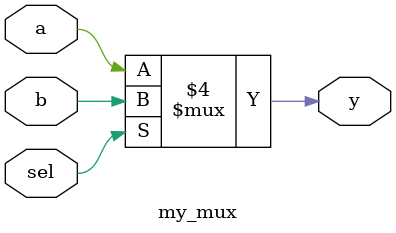
<source format=v>
module my_mux(
  input wire a,
  input wire b,
  input wire sel,
  output reg y
);

  always @(a, b, sel)
    begin
      if (sel == 1'b0)
        y = a;
      else
        y = b;
    end

endmodule

</source>
